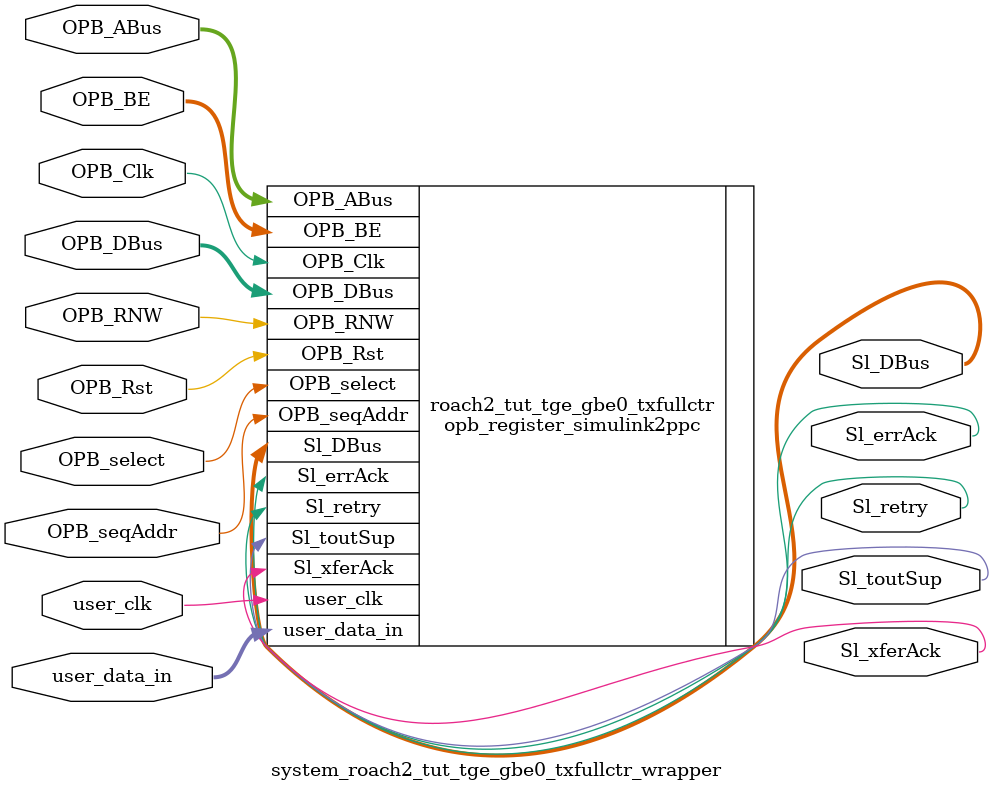
<source format=v>

module system_roach2_tut_tge_gbe0_txfullctr_wrapper
  (
    OPB_Clk,
    OPB_Rst,
    Sl_DBus,
    Sl_errAck,
    Sl_retry,
    Sl_toutSup,
    Sl_xferAck,
    OPB_ABus,
    OPB_BE,
    OPB_DBus,
    OPB_RNW,
    OPB_select,
    OPB_seqAddr,
    user_data_in,
    user_clk
  );
  input OPB_Clk;
  input OPB_Rst;
  output [0:31] Sl_DBus;
  output Sl_errAck;
  output Sl_retry;
  output Sl_toutSup;
  output Sl_xferAck;
  input [0:31] OPB_ABus;
  input [0:3] OPB_BE;
  input [0:31] OPB_DBus;
  input OPB_RNW;
  input OPB_select;
  input OPB_seqAddr;
  input [31:0] user_data_in;
  input user_clk;

  opb_register_simulink2ppc
    #(
      .C_BASEADDR ( 32'h01040400 ),
      .C_HIGHADDR ( 32'h010404FF ),
      .C_OPB_AWIDTH ( 32 ),
      .C_OPB_DWIDTH ( 32 ),
      .C_FAMILY ( "virtex6" )
    )
    roach2_tut_tge_gbe0_txfullctr (
      .OPB_Clk ( OPB_Clk ),
      .OPB_Rst ( OPB_Rst ),
      .Sl_DBus ( Sl_DBus ),
      .Sl_errAck ( Sl_errAck ),
      .Sl_retry ( Sl_retry ),
      .Sl_toutSup ( Sl_toutSup ),
      .Sl_xferAck ( Sl_xferAck ),
      .OPB_ABus ( OPB_ABus ),
      .OPB_BE ( OPB_BE ),
      .OPB_DBus ( OPB_DBus ),
      .OPB_RNW ( OPB_RNW ),
      .OPB_select ( OPB_select ),
      .OPB_seqAddr ( OPB_seqAddr ),
      .user_data_in ( user_data_in ),
      .user_clk ( user_clk )
    );

endmodule


</source>
